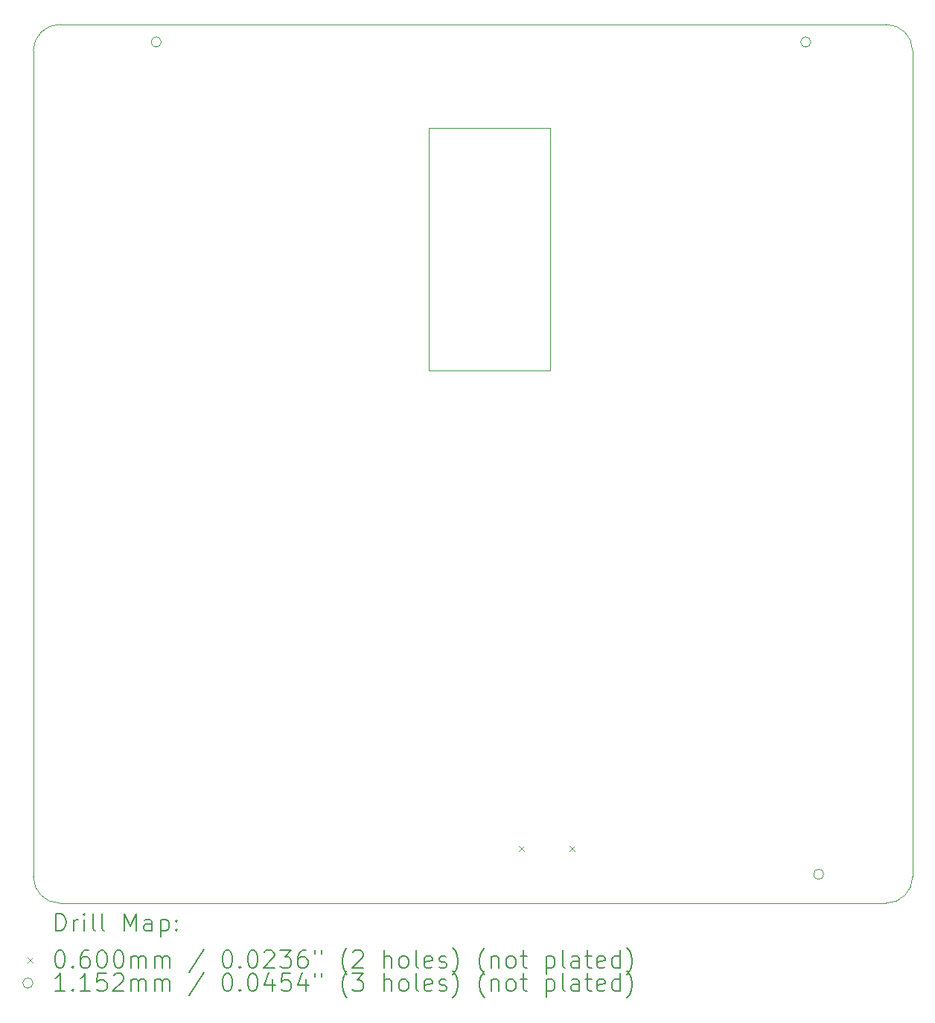
<source format=gbr>
%TF.GenerationSoftware,KiCad,Pcbnew,8.0.8*%
%TF.CreationDate,2026-01-14T14:22:45+11:00*%
%TF.ProjectId,robotv1,726f626f-7476-4312-9e6b-696361645f70,2*%
%TF.SameCoordinates,Original*%
%TF.FileFunction,Drillmap*%
%TF.FilePolarity,Positive*%
%FSLAX45Y45*%
G04 Gerber Fmt 4.5, Leading zero omitted, Abs format (unit mm)*
G04 Created by KiCad (PCBNEW 8.0.8) date 2026-01-14 14:22:45*
%MOMM*%
%LPD*%
G01*
G04 APERTURE LIST*
%ADD10C,0.100000*%
%ADD11C,0.010000*%
%ADD12C,0.200000*%
%ADD13C,0.115200*%
G04 APERTURE END LIST*
D10*
X300000Y0D02*
G75*
G02*
X0Y300000I0J300000D01*
G01*
X0Y9700000D02*
G75*
G02*
X300000Y10000000I300000J0D01*
G01*
X0Y300000D02*
X0Y9700000D01*
X10000000Y300000D02*
G75*
G02*
X9700000Y0I-300000J0D01*
G01*
X9700000Y10000000D02*
G75*
G02*
X10000000Y9700000I0J-300000D01*
G01*
X9700000Y0D02*
X300000Y0D01*
X300000Y10000000D02*
X9700000Y10000000D01*
X10000000Y9700000D02*
X10000000Y300000D01*
D11*
X4494500Y8819000D02*
X5874500Y8819000D01*
X4494500Y6059000D02*
X4494500Y8819000D01*
X5874500Y8819000D02*
X5874500Y6059000D01*
X5874500Y6059000D02*
X4494500Y6059000D01*
D12*
D10*
X5518000Y649000D02*
X5578000Y589000D01*
X5578000Y649000D02*
X5518000Y589000D01*
X6096000Y649000D02*
X6156000Y589000D01*
X6156000Y649000D02*
X6096000Y589000D01*
D13*
X1454600Y9800000D02*
G75*
G02*
X1339400Y9800000I-57600J0D01*
G01*
X1339400Y9800000D02*
G75*
G02*
X1454600Y9800000I57600J0D01*
G01*
X8842100Y9800000D02*
G75*
G02*
X8726900Y9800000I-57600J0D01*
G01*
X8726900Y9800000D02*
G75*
G02*
X8842100Y9800000I57600J0D01*
G01*
X8989600Y329000D02*
G75*
G02*
X8874400Y329000I-57600J0D01*
G01*
X8874400Y329000D02*
G75*
G02*
X8989600Y329000I57600J0D01*
G01*
D12*
X255777Y-316484D02*
X255777Y-116484D01*
X255777Y-116484D02*
X303396Y-116484D01*
X303396Y-116484D02*
X331967Y-126008D01*
X331967Y-126008D02*
X351015Y-145055D01*
X351015Y-145055D02*
X360539Y-164103D01*
X360539Y-164103D02*
X370062Y-202198D01*
X370062Y-202198D02*
X370062Y-230769D01*
X370062Y-230769D02*
X360539Y-268865D01*
X360539Y-268865D02*
X351015Y-287912D01*
X351015Y-287912D02*
X331967Y-306960D01*
X331967Y-306960D02*
X303396Y-316484D01*
X303396Y-316484D02*
X255777Y-316484D01*
X455777Y-316484D02*
X455777Y-183150D01*
X455777Y-221246D02*
X465301Y-202198D01*
X465301Y-202198D02*
X474824Y-192674D01*
X474824Y-192674D02*
X493872Y-183150D01*
X493872Y-183150D02*
X512920Y-183150D01*
X579586Y-316484D02*
X579586Y-183150D01*
X579586Y-116484D02*
X570063Y-126008D01*
X570063Y-126008D02*
X579586Y-135531D01*
X579586Y-135531D02*
X589110Y-126008D01*
X589110Y-126008D02*
X579586Y-116484D01*
X579586Y-116484D02*
X579586Y-135531D01*
X703396Y-316484D02*
X684348Y-306960D01*
X684348Y-306960D02*
X674824Y-287912D01*
X674824Y-287912D02*
X674824Y-116484D01*
X808158Y-316484D02*
X789110Y-306960D01*
X789110Y-306960D02*
X779586Y-287912D01*
X779586Y-287912D02*
X779586Y-116484D01*
X1036729Y-316484D02*
X1036729Y-116484D01*
X1036729Y-116484D02*
X1103396Y-259341D01*
X1103396Y-259341D02*
X1170063Y-116484D01*
X1170063Y-116484D02*
X1170063Y-316484D01*
X1351015Y-316484D02*
X1351015Y-211722D01*
X1351015Y-211722D02*
X1341491Y-192674D01*
X1341491Y-192674D02*
X1322444Y-183150D01*
X1322444Y-183150D02*
X1284348Y-183150D01*
X1284348Y-183150D02*
X1265301Y-192674D01*
X1351015Y-306960D02*
X1331967Y-316484D01*
X1331967Y-316484D02*
X1284348Y-316484D01*
X1284348Y-316484D02*
X1265301Y-306960D01*
X1265301Y-306960D02*
X1255777Y-287912D01*
X1255777Y-287912D02*
X1255777Y-268865D01*
X1255777Y-268865D02*
X1265301Y-249817D01*
X1265301Y-249817D02*
X1284348Y-240293D01*
X1284348Y-240293D02*
X1331967Y-240293D01*
X1331967Y-240293D02*
X1351015Y-230769D01*
X1446253Y-183150D02*
X1446253Y-383150D01*
X1446253Y-192674D02*
X1465301Y-183150D01*
X1465301Y-183150D02*
X1503396Y-183150D01*
X1503396Y-183150D02*
X1522443Y-192674D01*
X1522443Y-192674D02*
X1531967Y-202198D01*
X1531967Y-202198D02*
X1541491Y-221246D01*
X1541491Y-221246D02*
X1541491Y-278389D01*
X1541491Y-278389D02*
X1531967Y-297436D01*
X1531967Y-297436D02*
X1522443Y-306960D01*
X1522443Y-306960D02*
X1503396Y-316484D01*
X1503396Y-316484D02*
X1465301Y-316484D01*
X1465301Y-316484D02*
X1446253Y-306960D01*
X1627205Y-297436D02*
X1636729Y-306960D01*
X1636729Y-306960D02*
X1627205Y-316484D01*
X1627205Y-316484D02*
X1617682Y-306960D01*
X1617682Y-306960D02*
X1627205Y-297436D01*
X1627205Y-297436D02*
X1627205Y-316484D01*
X1627205Y-192674D02*
X1636729Y-202198D01*
X1636729Y-202198D02*
X1627205Y-211722D01*
X1627205Y-211722D02*
X1617682Y-202198D01*
X1617682Y-202198D02*
X1627205Y-192674D01*
X1627205Y-192674D02*
X1627205Y-211722D01*
D10*
X-65000Y-615000D02*
X-5000Y-675000D01*
X-5000Y-615000D02*
X-65000Y-675000D01*
D12*
X293872Y-536484D02*
X312920Y-536484D01*
X312920Y-536484D02*
X331967Y-546008D01*
X331967Y-546008D02*
X341491Y-555531D01*
X341491Y-555531D02*
X351015Y-574579D01*
X351015Y-574579D02*
X360539Y-612674D01*
X360539Y-612674D02*
X360539Y-660293D01*
X360539Y-660293D02*
X351015Y-698389D01*
X351015Y-698389D02*
X341491Y-717436D01*
X341491Y-717436D02*
X331967Y-726960D01*
X331967Y-726960D02*
X312920Y-736484D01*
X312920Y-736484D02*
X293872Y-736484D01*
X293872Y-736484D02*
X274824Y-726960D01*
X274824Y-726960D02*
X265301Y-717436D01*
X265301Y-717436D02*
X255777Y-698389D01*
X255777Y-698389D02*
X246253Y-660293D01*
X246253Y-660293D02*
X246253Y-612674D01*
X246253Y-612674D02*
X255777Y-574579D01*
X255777Y-574579D02*
X265301Y-555531D01*
X265301Y-555531D02*
X274824Y-546008D01*
X274824Y-546008D02*
X293872Y-536484D01*
X446253Y-717436D02*
X455777Y-726960D01*
X455777Y-726960D02*
X446253Y-736484D01*
X446253Y-736484D02*
X436729Y-726960D01*
X436729Y-726960D02*
X446253Y-717436D01*
X446253Y-717436D02*
X446253Y-736484D01*
X627205Y-536484D02*
X589110Y-536484D01*
X589110Y-536484D02*
X570063Y-546008D01*
X570063Y-546008D02*
X560539Y-555531D01*
X560539Y-555531D02*
X541491Y-584103D01*
X541491Y-584103D02*
X531967Y-622198D01*
X531967Y-622198D02*
X531967Y-698389D01*
X531967Y-698389D02*
X541491Y-717436D01*
X541491Y-717436D02*
X551015Y-726960D01*
X551015Y-726960D02*
X570063Y-736484D01*
X570063Y-736484D02*
X608158Y-736484D01*
X608158Y-736484D02*
X627205Y-726960D01*
X627205Y-726960D02*
X636729Y-717436D01*
X636729Y-717436D02*
X646253Y-698389D01*
X646253Y-698389D02*
X646253Y-650770D01*
X646253Y-650770D02*
X636729Y-631722D01*
X636729Y-631722D02*
X627205Y-622198D01*
X627205Y-622198D02*
X608158Y-612674D01*
X608158Y-612674D02*
X570063Y-612674D01*
X570063Y-612674D02*
X551015Y-622198D01*
X551015Y-622198D02*
X541491Y-631722D01*
X541491Y-631722D02*
X531967Y-650770D01*
X770062Y-536484D02*
X789110Y-536484D01*
X789110Y-536484D02*
X808158Y-546008D01*
X808158Y-546008D02*
X817682Y-555531D01*
X817682Y-555531D02*
X827205Y-574579D01*
X827205Y-574579D02*
X836729Y-612674D01*
X836729Y-612674D02*
X836729Y-660293D01*
X836729Y-660293D02*
X827205Y-698389D01*
X827205Y-698389D02*
X817682Y-717436D01*
X817682Y-717436D02*
X808158Y-726960D01*
X808158Y-726960D02*
X789110Y-736484D01*
X789110Y-736484D02*
X770062Y-736484D01*
X770062Y-736484D02*
X751015Y-726960D01*
X751015Y-726960D02*
X741491Y-717436D01*
X741491Y-717436D02*
X731967Y-698389D01*
X731967Y-698389D02*
X722443Y-660293D01*
X722443Y-660293D02*
X722443Y-612674D01*
X722443Y-612674D02*
X731967Y-574579D01*
X731967Y-574579D02*
X741491Y-555531D01*
X741491Y-555531D02*
X751015Y-546008D01*
X751015Y-546008D02*
X770062Y-536484D01*
X960539Y-536484D02*
X979586Y-536484D01*
X979586Y-536484D02*
X998634Y-546008D01*
X998634Y-546008D02*
X1008158Y-555531D01*
X1008158Y-555531D02*
X1017682Y-574579D01*
X1017682Y-574579D02*
X1027205Y-612674D01*
X1027205Y-612674D02*
X1027205Y-660293D01*
X1027205Y-660293D02*
X1017682Y-698389D01*
X1017682Y-698389D02*
X1008158Y-717436D01*
X1008158Y-717436D02*
X998634Y-726960D01*
X998634Y-726960D02*
X979586Y-736484D01*
X979586Y-736484D02*
X960539Y-736484D01*
X960539Y-736484D02*
X941491Y-726960D01*
X941491Y-726960D02*
X931967Y-717436D01*
X931967Y-717436D02*
X922443Y-698389D01*
X922443Y-698389D02*
X912920Y-660293D01*
X912920Y-660293D02*
X912920Y-612674D01*
X912920Y-612674D02*
X922443Y-574579D01*
X922443Y-574579D02*
X931967Y-555531D01*
X931967Y-555531D02*
X941491Y-546008D01*
X941491Y-546008D02*
X960539Y-536484D01*
X1112920Y-736484D02*
X1112920Y-603150D01*
X1112920Y-622198D02*
X1122444Y-612674D01*
X1122444Y-612674D02*
X1141491Y-603150D01*
X1141491Y-603150D02*
X1170063Y-603150D01*
X1170063Y-603150D02*
X1189110Y-612674D01*
X1189110Y-612674D02*
X1198634Y-631722D01*
X1198634Y-631722D02*
X1198634Y-736484D01*
X1198634Y-631722D02*
X1208158Y-612674D01*
X1208158Y-612674D02*
X1227205Y-603150D01*
X1227205Y-603150D02*
X1255777Y-603150D01*
X1255777Y-603150D02*
X1274825Y-612674D01*
X1274825Y-612674D02*
X1284348Y-631722D01*
X1284348Y-631722D02*
X1284348Y-736484D01*
X1379586Y-736484D02*
X1379586Y-603150D01*
X1379586Y-622198D02*
X1389110Y-612674D01*
X1389110Y-612674D02*
X1408158Y-603150D01*
X1408158Y-603150D02*
X1436729Y-603150D01*
X1436729Y-603150D02*
X1455777Y-612674D01*
X1455777Y-612674D02*
X1465301Y-631722D01*
X1465301Y-631722D02*
X1465301Y-736484D01*
X1465301Y-631722D02*
X1474824Y-612674D01*
X1474824Y-612674D02*
X1493872Y-603150D01*
X1493872Y-603150D02*
X1522443Y-603150D01*
X1522443Y-603150D02*
X1541491Y-612674D01*
X1541491Y-612674D02*
X1551015Y-631722D01*
X1551015Y-631722D02*
X1551015Y-736484D01*
X1941491Y-526960D02*
X1770063Y-784103D01*
X2198634Y-536484D02*
X2217682Y-536484D01*
X2217682Y-536484D02*
X2236729Y-546008D01*
X2236729Y-546008D02*
X2246253Y-555531D01*
X2246253Y-555531D02*
X2255777Y-574579D01*
X2255777Y-574579D02*
X2265301Y-612674D01*
X2265301Y-612674D02*
X2265301Y-660293D01*
X2265301Y-660293D02*
X2255777Y-698389D01*
X2255777Y-698389D02*
X2246253Y-717436D01*
X2246253Y-717436D02*
X2236729Y-726960D01*
X2236729Y-726960D02*
X2217682Y-736484D01*
X2217682Y-736484D02*
X2198634Y-736484D01*
X2198634Y-736484D02*
X2179587Y-726960D01*
X2179587Y-726960D02*
X2170063Y-717436D01*
X2170063Y-717436D02*
X2160539Y-698389D01*
X2160539Y-698389D02*
X2151015Y-660293D01*
X2151015Y-660293D02*
X2151015Y-612674D01*
X2151015Y-612674D02*
X2160539Y-574579D01*
X2160539Y-574579D02*
X2170063Y-555531D01*
X2170063Y-555531D02*
X2179587Y-546008D01*
X2179587Y-546008D02*
X2198634Y-536484D01*
X2351015Y-717436D02*
X2360539Y-726960D01*
X2360539Y-726960D02*
X2351015Y-736484D01*
X2351015Y-736484D02*
X2341491Y-726960D01*
X2341491Y-726960D02*
X2351015Y-717436D01*
X2351015Y-717436D02*
X2351015Y-736484D01*
X2484348Y-536484D02*
X2503396Y-536484D01*
X2503396Y-536484D02*
X2522444Y-546008D01*
X2522444Y-546008D02*
X2531968Y-555531D01*
X2531968Y-555531D02*
X2541491Y-574579D01*
X2541491Y-574579D02*
X2551015Y-612674D01*
X2551015Y-612674D02*
X2551015Y-660293D01*
X2551015Y-660293D02*
X2541491Y-698389D01*
X2541491Y-698389D02*
X2531968Y-717436D01*
X2531968Y-717436D02*
X2522444Y-726960D01*
X2522444Y-726960D02*
X2503396Y-736484D01*
X2503396Y-736484D02*
X2484348Y-736484D01*
X2484348Y-736484D02*
X2465301Y-726960D01*
X2465301Y-726960D02*
X2455777Y-717436D01*
X2455777Y-717436D02*
X2446253Y-698389D01*
X2446253Y-698389D02*
X2436729Y-660293D01*
X2436729Y-660293D02*
X2436729Y-612674D01*
X2436729Y-612674D02*
X2446253Y-574579D01*
X2446253Y-574579D02*
X2455777Y-555531D01*
X2455777Y-555531D02*
X2465301Y-546008D01*
X2465301Y-546008D02*
X2484348Y-536484D01*
X2627206Y-555531D02*
X2636729Y-546008D01*
X2636729Y-546008D02*
X2655777Y-536484D01*
X2655777Y-536484D02*
X2703396Y-536484D01*
X2703396Y-536484D02*
X2722444Y-546008D01*
X2722444Y-546008D02*
X2731968Y-555531D01*
X2731968Y-555531D02*
X2741491Y-574579D01*
X2741491Y-574579D02*
X2741491Y-593627D01*
X2741491Y-593627D02*
X2731968Y-622198D01*
X2731968Y-622198D02*
X2617682Y-736484D01*
X2617682Y-736484D02*
X2741491Y-736484D01*
X2808158Y-536484D02*
X2931967Y-536484D01*
X2931967Y-536484D02*
X2865301Y-612674D01*
X2865301Y-612674D02*
X2893872Y-612674D01*
X2893872Y-612674D02*
X2912920Y-622198D01*
X2912920Y-622198D02*
X2922444Y-631722D01*
X2922444Y-631722D02*
X2931967Y-650770D01*
X2931967Y-650770D02*
X2931967Y-698389D01*
X2931967Y-698389D02*
X2922444Y-717436D01*
X2922444Y-717436D02*
X2912920Y-726960D01*
X2912920Y-726960D02*
X2893872Y-736484D01*
X2893872Y-736484D02*
X2836729Y-736484D01*
X2836729Y-736484D02*
X2817682Y-726960D01*
X2817682Y-726960D02*
X2808158Y-717436D01*
X3103396Y-536484D02*
X3065301Y-536484D01*
X3065301Y-536484D02*
X3046253Y-546008D01*
X3046253Y-546008D02*
X3036729Y-555531D01*
X3036729Y-555531D02*
X3017682Y-584103D01*
X3017682Y-584103D02*
X3008158Y-622198D01*
X3008158Y-622198D02*
X3008158Y-698389D01*
X3008158Y-698389D02*
X3017682Y-717436D01*
X3017682Y-717436D02*
X3027206Y-726960D01*
X3027206Y-726960D02*
X3046253Y-736484D01*
X3046253Y-736484D02*
X3084348Y-736484D01*
X3084348Y-736484D02*
X3103396Y-726960D01*
X3103396Y-726960D02*
X3112920Y-717436D01*
X3112920Y-717436D02*
X3122444Y-698389D01*
X3122444Y-698389D02*
X3122444Y-650770D01*
X3122444Y-650770D02*
X3112920Y-631722D01*
X3112920Y-631722D02*
X3103396Y-622198D01*
X3103396Y-622198D02*
X3084348Y-612674D01*
X3084348Y-612674D02*
X3046253Y-612674D01*
X3046253Y-612674D02*
X3027206Y-622198D01*
X3027206Y-622198D02*
X3017682Y-631722D01*
X3017682Y-631722D02*
X3008158Y-650770D01*
X3198634Y-536484D02*
X3198634Y-574579D01*
X3274825Y-536484D02*
X3274825Y-574579D01*
X3570063Y-812674D02*
X3560539Y-803150D01*
X3560539Y-803150D02*
X3541491Y-774579D01*
X3541491Y-774579D02*
X3531968Y-755531D01*
X3531968Y-755531D02*
X3522444Y-726960D01*
X3522444Y-726960D02*
X3512920Y-679341D01*
X3512920Y-679341D02*
X3512920Y-641246D01*
X3512920Y-641246D02*
X3522444Y-593627D01*
X3522444Y-593627D02*
X3531968Y-565055D01*
X3531968Y-565055D02*
X3541491Y-546008D01*
X3541491Y-546008D02*
X3560539Y-517436D01*
X3560539Y-517436D02*
X3570063Y-507912D01*
X3636729Y-555531D02*
X3646253Y-546008D01*
X3646253Y-546008D02*
X3665301Y-536484D01*
X3665301Y-536484D02*
X3712920Y-536484D01*
X3712920Y-536484D02*
X3731968Y-546008D01*
X3731968Y-546008D02*
X3741491Y-555531D01*
X3741491Y-555531D02*
X3751015Y-574579D01*
X3751015Y-574579D02*
X3751015Y-593627D01*
X3751015Y-593627D02*
X3741491Y-622198D01*
X3741491Y-622198D02*
X3627206Y-736484D01*
X3627206Y-736484D02*
X3751015Y-736484D01*
X3989110Y-736484D02*
X3989110Y-536484D01*
X4074825Y-736484D02*
X4074825Y-631722D01*
X4074825Y-631722D02*
X4065301Y-612674D01*
X4065301Y-612674D02*
X4046253Y-603150D01*
X4046253Y-603150D02*
X4017682Y-603150D01*
X4017682Y-603150D02*
X3998634Y-612674D01*
X3998634Y-612674D02*
X3989110Y-622198D01*
X4198634Y-736484D02*
X4179587Y-726960D01*
X4179587Y-726960D02*
X4170063Y-717436D01*
X4170063Y-717436D02*
X4160539Y-698389D01*
X4160539Y-698389D02*
X4160539Y-641246D01*
X4160539Y-641246D02*
X4170063Y-622198D01*
X4170063Y-622198D02*
X4179587Y-612674D01*
X4179587Y-612674D02*
X4198634Y-603150D01*
X4198634Y-603150D02*
X4227206Y-603150D01*
X4227206Y-603150D02*
X4246253Y-612674D01*
X4246253Y-612674D02*
X4255777Y-622198D01*
X4255777Y-622198D02*
X4265301Y-641246D01*
X4265301Y-641246D02*
X4265301Y-698389D01*
X4265301Y-698389D02*
X4255777Y-717436D01*
X4255777Y-717436D02*
X4246253Y-726960D01*
X4246253Y-726960D02*
X4227206Y-736484D01*
X4227206Y-736484D02*
X4198634Y-736484D01*
X4379587Y-736484D02*
X4360539Y-726960D01*
X4360539Y-726960D02*
X4351015Y-707912D01*
X4351015Y-707912D02*
X4351015Y-536484D01*
X4531968Y-726960D02*
X4512920Y-736484D01*
X4512920Y-736484D02*
X4474825Y-736484D01*
X4474825Y-736484D02*
X4455777Y-726960D01*
X4455777Y-726960D02*
X4446253Y-707912D01*
X4446253Y-707912D02*
X4446253Y-631722D01*
X4446253Y-631722D02*
X4455777Y-612674D01*
X4455777Y-612674D02*
X4474825Y-603150D01*
X4474825Y-603150D02*
X4512920Y-603150D01*
X4512920Y-603150D02*
X4531968Y-612674D01*
X4531968Y-612674D02*
X4541492Y-631722D01*
X4541492Y-631722D02*
X4541492Y-650770D01*
X4541492Y-650770D02*
X4446253Y-669817D01*
X4617682Y-726960D02*
X4636730Y-736484D01*
X4636730Y-736484D02*
X4674825Y-736484D01*
X4674825Y-736484D02*
X4693873Y-726960D01*
X4693873Y-726960D02*
X4703396Y-707912D01*
X4703396Y-707912D02*
X4703396Y-698389D01*
X4703396Y-698389D02*
X4693873Y-679341D01*
X4693873Y-679341D02*
X4674825Y-669817D01*
X4674825Y-669817D02*
X4646253Y-669817D01*
X4646253Y-669817D02*
X4627206Y-660293D01*
X4627206Y-660293D02*
X4617682Y-641246D01*
X4617682Y-641246D02*
X4617682Y-631722D01*
X4617682Y-631722D02*
X4627206Y-612674D01*
X4627206Y-612674D02*
X4646253Y-603150D01*
X4646253Y-603150D02*
X4674825Y-603150D01*
X4674825Y-603150D02*
X4693873Y-612674D01*
X4770063Y-812674D02*
X4779587Y-803150D01*
X4779587Y-803150D02*
X4798634Y-774579D01*
X4798634Y-774579D02*
X4808158Y-755531D01*
X4808158Y-755531D02*
X4817682Y-726960D01*
X4817682Y-726960D02*
X4827206Y-679341D01*
X4827206Y-679341D02*
X4827206Y-641246D01*
X4827206Y-641246D02*
X4817682Y-593627D01*
X4817682Y-593627D02*
X4808158Y-565055D01*
X4808158Y-565055D02*
X4798634Y-546008D01*
X4798634Y-546008D02*
X4779587Y-517436D01*
X4779587Y-517436D02*
X4770063Y-507912D01*
X5131968Y-812674D02*
X5122444Y-803150D01*
X5122444Y-803150D02*
X5103396Y-774579D01*
X5103396Y-774579D02*
X5093873Y-755531D01*
X5093873Y-755531D02*
X5084349Y-726960D01*
X5084349Y-726960D02*
X5074825Y-679341D01*
X5074825Y-679341D02*
X5074825Y-641246D01*
X5074825Y-641246D02*
X5084349Y-593627D01*
X5084349Y-593627D02*
X5093873Y-565055D01*
X5093873Y-565055D02*
X5103396Y-546008D01*
X5103396Y-546008D02*
X5122444Y-517436D01*
X5122444Y-517436D02*
X5131968Y-507912D01*
X5208158Y-603150D02*
X5208158Y-736484D01*
X5208158Y-622198D02*
X5217682Y-612674D01*
X5217682Y-612674D02*
X5236730Y-603150D01*
X5236730Y-603150D02*
X5265301Y-603150D01*
X5265301Y-603150D02*
X5284349Y-612674D01*
X5284349Y-612674D02*
X5293873Y-631722D01*
X5293873Y-631722D02*
X5293873Y-736484D01*
X5417682Y-736484D02*
X5398634Y-726960D01*
X5398634Y-726960D02*
X5389111Y-717436D01*
X5389111Y-717436D02*
X5379587Y-698389D01*
X5379587Y-698389D02*
X5379587Y-641246D01*
X5379587Y-641246D02*
X5389111Y-622198D01*
X5389111Y-622198D02*
X5398634Y-612674D01*
X5398634Y-612674D02*
X5417682Y-603150D01*
X5417682Y-603150D02*
X5446254Y-603150D01*
X5446254Y-603150D02*
X5465301Y-612674D01*
X5465301Y-612674D02*
X5474825Y-622198D01*
X5474825Y-622198D02*
X5484349Y-641246D01*
X5484349Y-641246D02*
X5484349Y-698389D01*
X5484349Y-698389D02*
X5474825Y-717436D01*
X5474825Y-717436D02*
X5465301Y-726960D01*
X5465301Y-726960D02*
X5446254Y-736484D01*
X5446254Y-736484D02*
X5417682Y-736484D01*
X5541492Y-603150D02*
X5617682Y-603150D01*
X5570063Y-536484D02*
X5570063Y-707912D01*
X5570063Y-707912D02*
X5579587Y-726960D01*
X5579587Y-726960D02*
X5598634Y-736484D01*
X5598634Y-736484D02*
X5617682Y-736484D01*
X5836730Y-603150D02*
X5836730Y-803150D01*
X5836730Y-612674D02*
X5855777Y-603150D01*
X5855777Y-603150D02*
X5893873Y-603150D01*
X5893873Y-603150D02*
X5912920Y-612674D01*
X5912920Y-612674D02*
X5922444Y-622198D01*
X5922444Y-622198D02*
X5931968Y-641246D01*
X5931968Y-641246D02*
X5931968Y-698389D01*
X5931968Y-698389D02*
X5922444Y-717436D01*
X5922444Y-717436D02*
X5912920Y-726960D01*
X5912920Y-726960D02*
X5893873Y-736484D01*
X5893873Y-736484D02*
X5855777Y-736484D01*
X5855777Y-736484D02*
X5836730Y-726960D01*
X6046253Y-736484D02*
X6027206Y-726960D01*
X6027206Y-726960D02*
X6017682Y-707912D01*
X6017682Y-707912D02*
X6017682Y-536484D01*
X6208158Y-736484D02*
X6208158Y-631722D01*
X6208158Y-631722D02*
X6198634Y-612674D01*
X6198634Y-612674D02*
X6179587Y-603150D01*
X6179587Y-603150D02*
X6141492Y-603150D01*
X6141492Y-603150D02*
X6122444Y-612674D01*
X6208158Y-726960D02*
X6189111Y-736484D01*
X6189111Y-736484D02*
X6141492Y-736484D01*
X6141492Y-736484D02*
X6122444Y-726960D01*
X6122444Y-726960D02*
X6112920Y-707912D01*
X6112920Y-707912D02*
X6112920Y-688865D01*
X6112920Y-688865D02*
X6122444Y-669817D01*
X6122444Y-669817D02*
X6141492Y-660293D01*
X6141492Y-660293D02*
X6189111Y-660293D01*
X6189111Y-660293D02*
X6208158Y-650770D01*
X6274825Y-603150D02*
X6351015Y-603150D01*
X6303396Y-536484D02*
X6303396Y-707912D01*
X6303396Y-707912D02*
X6312920Y-726960D01*
X6312920Y-726960D02*
X6331968Y-736484D01*
X6331968Y-736484D02*
X6351015Y-736484D01*
X6493873Y-726960D02*
X6474825Y-736484D01*
X6474825Y-736484D02*
X6436730Y-736484D01*
X6436730Y-736484D02*
X6417682Y-726960D01*
X6417682Y-726960D02*
X6408158Y-707912D01*
X6408158Y-707912D02*
X6408158Y-631722D01*
X6408158Y-631722D02*
X6417682Y-612674D01*
X6417682Y-612674D02*
X6436730Y-603150D01*
X6436730Y-603150D02*
X6474825Y-603150D01*
X6474825Y-603150D02*
X6493873Y-612674D01*
X6493873Y-612674D02*
X6503396Y-631722D01*
X6503396Y-631722D02*
X6503396Y-650770D01*
X6503396Y-650770D02*
X6408158Y-669817D01*
X6674825Y-736484D02*
X6674825Y-536484D01*
X6674825Y-726960D02*
X6655777Y-736484D01*
X6655777Y-736484D02*
X6617682Y-736484D01*
X6617682Y-736484D02*
X6598634Y-726960D01*
X6598634Y-726960D02*
X6589111Y-717436D01*
X6589111Y-717436D02*
X6579587Y-698389D01*
X6579587Y-698389D02*
X6579587Y-641246D01*
X6579587Y-641246D02*
X6589111Y-622198D01*
X6589111Y-622198D02*
X6598634Y-612674D01*
X6598634Y-612674D02*
X6617682Y-603150D01*
X6617682Y-603150D02*
X6655777Y-603150D01*
X6655777Y-603150D02*
X6674825Y-612674D01*
X6751015Y-812674D02*
X6760539Y-803150D01*
X6760539Y-803150D02*
X6779587Y-774579D01*
X6779587Y-774579D02*
X6789111Y-755531D01*
X6789111Y-755531D02*
X6798634Y-726960D01*
X6798634Y-726960D02*
X6808158Y-679341D01*
X6808158Y-679341D02*
X6808158Y-641246D01*
X6808158Y-641246D02*
X6798634Y-593627D01*
X6798634Y-593627D02*
X6789111Y-565055D01*
X6789111Y-565055D02*
X6779587Y-546008D01*
X6779587Y-546008D02*
X6760539Y-517436D01*
X6760539Y-517436D02*
X6751015Y-507912D01*
D13*
X-5000Y-909000D02*
G75*
G02*
X-120200Y-909000I-57600J0D01*
G01*
X-120200Y-909000D02*
G75*
G02*
X-5000Y-909000I57600J0D01*
G01*
D12*
X360539Y-1000484D02*
X246253Y-1000484D01*
X303396Y-1000484D02*
X303396Y-800484D01*
X303396Y-800484D02*
X284348Y-829055D01*
X284348Y-829055D02*
X265301Y-848103D01*
X265301Y-848103D02*
X246253Y-857627D01*
X446253Y-981436D02*
X455777Y-990960D01*
X455777Y-990960D02*
X446253Y-1000484D01*
X446253Y-1000484D02*
X436729Y-990960D01*
X436729Y-990960D02*
X446253Y-981436D01*
X446253Y-981436D02*
X446253Y-1000484D01*
X646253Y-1000484D02*
X531967Y-1000484D01*
X589110Y-1000484D02*
X589110Y-800484D01*
X589110Y-800484D02*
X570063Y-829055D01*
X570063Y-829055D02*
X551015Y-848103D01*
X551015Y-848103D02*
X531967Y-857627D01*
X827205Y-800484D02*
X731967Y-800484D01*
X731967Y-800484D02*
X722443Y-895722D01*
X722443Y-895722D02*
X731967Y-886198D01*
X731967Y-886198D02*
X751015Y-876674D01*
X751015Y-876674D02*
X798634Y-876674D01*
X798634Y-876674D02*
X817682Y-886198D01*
X817682Y-886198D02*
X827205Y-895722D01*
X827205Y-895722D02*
X836729Y-914769D01*
X836729Y-914769D02*
X836729Y-962388D01*
X836729Y-962388D02*
X827205Y-981436D01*
X827205Y-981436D02*
X817682Y-990960D01*
X817682Y-990960D02*
X798634Y-1000484D01*
X798634Y-1000484D02*
X751015Y-1000484D01*
X751015Y-1000484D02*
X731967Y-990960D01*
X731967Y-990960D02*
X722443Y-981436D01*
X912920Y-819531D02*
X922443Y-810008D01*
X922443Y-810008D02*
X941491Y-800484D01*
X941491Y-800484D02*
X989110Y-800484D01*
X989110Y-800484D02*
X1008158Y-810008D01*
X1008158Y-810008D02*
X1017682Y-819531D01*
X1017682Y-819531D02*
X1027205Y-838579D01*
X1027205Y-838579D02*
X1027205Y-857627D01*
X1027205Y-857627D02*
X1017682Y-886198D01*
X1017682Y-886198D02*
X903396Y-1000484D01*
X903396Y-1000484D02*
X1027205Y-1000484D01*
X1112920Y-1000484D02*
X1112920Y-867150D01*
X1112920Y-886198D02*
X1122444Y-876674D01*
X1122444Y-876674D02*
X1141491Y-867150D01*
X1141491Y-867150D02*
X1170063Y-867150D01*
X1170063Y-867150D02*
X1189110Y-876674D01*
X1189110Y-876674D02*
X1198634Y-895722D01*
X1198634Y-895722D02*
X1198634Y-1000484D01*
X1198634Y-895722D02*
X1208158Y-876674D01*
X1208158Y-876674D02*
X1227205Y-867150D01*
X1227205Y-867150D02*
X1255777Y-867150D01*
X1255777Y-867150D02*
X1274825Y-876674D01*
X1274825Y-876674D02*
X1284348Y-895722D01*
X1284348Y-895722D02*
X1284348Y-1000484D01*
X1379586Y-1000484D02*
X1379586Y-867150D01*
X1379586Y-886198D02*
X1389110Y-876674D01*
X1389110Y-876674D02*
X1408158Y-867150D01*
X1408158Y-867150D02*
X1436729Y-867150D01*
X1436729Y-867150D02*
X1455777Y-876674D01*
X1455777Y-876674D02*
X1465301Y-895722D01*
X1465301Y-895722D02*
X1465301Y-1000484D01*
X1465301Y-895722D02*
X1474824Y-876674D01*
X1474824Y-876674D02*
X1493872Y-867150D01*
X1493872Y-867150D02*
X1522443Y-867150D01*
X1522443Y-867150D02*
X1541491Y-876674D01*
X1541491Y-876674D02*
X1551015Y-895722D01*
X1551015Y-895722D02*
X1551015Y-1000484D01*
X1941491Y-790960D02*
X1770063Y-1048103D01*
X2198634Y-800484D02*
X2217682Y-800484D01*
X2217682Y-800484D02*
X2236729Y-810008D01*
X2236729Y-810008D02*
X2246253Y-819531D01*
X2246253Y-819531D02*
X2255777Y-838579D01*
X2255777Y-838579D02*
X2265301Y-876674D01*
X2265301Y-876674D02*
X2265301Y-924293D01*
X2265301Y-924293D02*
X2255777Y-962388D01*
X2255777Y-962388D02*
X2246253Y-981436D01*
X2246253Y-981436D02*
X2236729Y-990960D01*
X2236729Y-990960D02*
X2217682Y-1000484D01*
X2217682Y-1000484D02*
X2198634Y-1000484D01*
X2198634Y-1000484D02*
X2179587Y-990960D01*
X2179587Y-990960D02*
X2170063Y-981436D01*
X2170063Y-981436D02*
X2160539Y-962388D01*
X2160539Y-962388D02*
X2151015Y-924293D01*
X2151015Y-924293D02*
X2151015Y-876674D01*
X2151015Y-876674D02*
X2160539Y-838579D01*
X2160539Y-838579D02*
X2170063Y-819531D01*
X2170063Y-819531D02*
X2179587Y-810008D01*
X2179587Y-810008D02*
X2198634Y-800484D01*
X2351015Y-981436D02*
X2360539Y-990960D01*
X2360539Y-990960D02*
X2351015Y-1000484D01*
X2351015Y-1000484D02*
X2341491Y-990960D01*
X2341491Y-990960D02*
X2351015Y-981436D01*
X2351015Y-981436D02*
X2351015Y-1000484D01*
X2484348Y-800484D02*
X2503396Y-800484D01*
X2503396Y-800484D02*
X2522444Y-810008D01*
X2522444Y-810008D02*
X2531968Y-819531D01*
X2531968Y-819531D02*
X2541491Y-838579D01*
X2541491Y-838579D02*
X2551015Y-876674D01*
X2551015Y-876674D02*
X2551015Y-924293D01*
X2551015Y-924293D02*
X2541491Y-962388D01*
X2541491Y-962388D02*
X2531968Y-981436D01*
X2531968Y-981436D02*
X2522444Y-990960D01*
X2522444Y-990960D02*
X2503396Y-1000484D01*
X2503396Y-1000484D02*
X2484348Y-1000484D01*
X2484348Y-1000484D02*
X2465301Y-990960D01*
X2465301Y-990960D02*
X2455777Y-981436D01*
X2455777Y-981436D02*
X2446253Y-962388D01*
X2446253Y-962388D02*
X2436729Y-924293D01*
X2436729Y-924293D02*
X2436729Y-876674D01*
X2436729Y-876674D02*
X2446253Y-838579D01*
X2446253Y-838579D02*
X2455777Y-819531D01*
X2455777Y-819531D02*
X2465301Y-810008D01*
X2465301Y-810008D02*
X2484348Y-800484D01*
X2722444Y-867150D02*
X2722444Y-1000484D01*
X2674825Y-790960D02*
X2627206Y-933817D01*
X2627206Y-933817D02*
X2751015Y-933817D01*
X2922444Y-800484D02*
X2827206Y-800484D01*
X2827206Y-800484D02*
X2817682Y-895722D01*
X2817682Y-895722D02*
X2827206Y-886198D01*
X2827206Y-886198D02*
X2846253Y-876674D01*
X2846253Y-876674D02*
X2893872Y-876674D01*
X2893872Y-876674D02*
X2912920Y-886198D01*
X2912920Y-886198D02*
X2922444Y-895722D01*
X2922444Y-895722D02*
X2931967Y-914769D01*
X2931967Y-914769D02*
X2931967Y-962388D01*
X2931967Y-962388D02*
X2922444Y-981436D01*
X2922444Y-981436D02*
X2912920Y-990960D01*
X2912920Y-990960D02*
X2893872Y-1000484D01*
X2893872Y-1000484D02*
X2846253Y-1000484D01*
X2846253Y-1000484D02*
X2827206Y-990960D01*
X2827206Y-990960D02*
X2817682Y-981436D01*
X3103396Y-867150D02*
X3103396Y-1000484D01*
X3055777Y-790960D02*
X3008158Y-933817D01*
X3008158Y-933817D02*
X3131967Y-933817D01*
X3198634Y-800484D02*
X3198634Y-838579D01*
X3274825Y-800484D02*
X3274825Y-838579D01*
X3570063Y-1076674D02*
X3560539Y-1067150D01*
X3560539Y-1067150D02*
X3541491Y-1038579D01*
X3541491Y-1038579D02*
X3531968Y-1019531D01*
X3531968Y-1019531D02*
X3522444Y-990960D01*
X3522444Y-990960D02*
X3512920Y-943341D01*
X3512920Y-943341D02*
X3512920Y-905246D01*
X3512920Y-905246D02*
X3522444Y-857627D01*
X3522444Y-857627D02*
X3531968Y-829055D01*
X3531968Y-829055D02*
X3541491Y-810008D01*
X3541491Y-810008D02*
X3560539Y-781436D01*
X3560539Y-781436D02*
X3570063Y-771912D01*
X3627206Y-800484D02*
X3751015Y-800484D01*
X3751015Y-800484D02*
X3684348Y-876674D01*
X3684348Y-876674D02*
X3712920Y-876674D01*
X3712920Y-876674D02*
X3731968Y-886198D01*
X3731968Y-886198D02*
X3741491Y-895722D01*
X3741491Y-895722D02*
X3751015Y-914769D01*
X3751015Y-914769D02*
X3751015Y-962388D01*
X3751015Y-962388D02*
X3741491Y-981436D01*
X3741491Y-981436D02*
X3731968Y-990960D01*
X3731968Y-990960D02*
X3712920Y-1000484D01*
X3712920Y-1000484D02*
X3655777Y-1000484D01*
X3655777Y-1000484D02*
X3636729Y-990960D01*
X3636729Y-990960D02*
X3627206Y-981436D01*
X3989110Y-1000484D02*
X3989110Y-800484D01*
X4074825Y-1000484D02*
X4074825Y-895722D01*
X4074825Y-895722D02*
X4065301Y-876674D01*
X4065301Y-876674D02*
X4046253Y-867150D01*
X4046253Y-867150D02*
X4017682Y-867150D01*
X4017682Y-867150D02*
X3998634Y-876674D01*
X3998634Y-876674D02*
X3989110Y-886198D01*
X4198634Y-1000484D02*
X4179587Y-990960D01*
X4179587Y-990960D02*
X4170063Y-981436D01*
X4170063Y-981436D02*
X4160539Y-962388D01*
X4160539Y-962388D02*
X4160539Y-905246D01*
X4160539Y-905246D02*
X4170063Y-886198D01*
X4170063Y-886198D02*
X4179587Y-876674D01*
X4179587Y-876674D02*
X4198634Y-867150D01*
X4198634Y-867150D02*
X4227206Y-867150D01*
X4227206Y-867150D02*
X4246253Y-876674D01*
X4246253Y-876674D02*
X4255777Y-886198D01*
X4255777Y-886198D02*
X4265301Y-905246D01*
X4265301Y-905246D02*
X4265301Y-962388D01*
X4265301Y-962388D02*
X4255777Y-981436D01*
X4255777Y-981436D02*
X4246253Y-990960D01*
X4246253Y-990960D02*
X4227206Y-1000484D01*
X4227206Y-1000484D02*
X4198634Y-1000484D01*
X4379587Y-1000484D02*
X4360539Y-990960D01*
X4360539Y-990960D02*
X4351015Y-971912D01*
X4351015Y-971912D02*
X4351015Y-800484D01*
X4531968Y-990960D02*
X4512920Y-1000484D01*
X4512920Y-1000484D02*
X4474825Y-1000484D01*
X4474825Y-1000484D02*
X4455777Y-990960D01*
X4455777Y-990960D02*
X4446253Y-971912D01*
X4446253Y-971912D02*
X4446253Y-895722D01*
X4446253Y-895722D02*
X4455777Y-876674D01*
X4455777Y-876674D02*
X4474825Y-867150D01*
X4474825Y-867150D02*
X4512920Y-867150D01*
X4512920Y-867150D02*
X4531968Y-876674D01*
X4531968Y-876674D02*
X4541492Y-895722D01*
X4541492Y-895722D02*
X4541492Y-914769D01*
X4541492Y-914769D02*
X4446253Y-933817D01*
X4617682Y-990960D02*
X4636730Y-1000484D01*
X4636730Y-1000484D02*
X4674825Y-1000484D01*
X4674825Y-1000484D02*
X4693873Y-990960D01*
X4693873Y-990960D02*
X4703396Y-971912D01*
X4703396Y-971912D02*
X4703396Y-962388D01*
X4703396Y-962388D02*
X4693873Y-943341D01*
X4693873Y-943341D02*
X4674825Y-933817D01*
X4674825Y-933817D02*
X4646253Y-933817D01*
X4646253Y-933817D02*
X4627206Y-924293D01*
X4627206Y-924293D02*
X4617682Y-905246D01*
X4617682Y-905246D02*
X4617682Y-895722D01*
X4617682Y-895722D02*
X4627206Y-876674D01*
X4627206Y-876674D02*
X4646253Y-867150D01*
X4646253Y-867150D02*
X4674825Y-867150D01*
X4674825Y-867150D02*
X4693873Y-876674D01*
X4770063Y-1076674D02*
X4779587Y-1067150D01*
X4779587Y-1067150D02*
X4798634Y-1038579D01*
X4798634Y-1038579D02*
X4808158Y-1019531D01*
X4808158Y-1019531D02*
X4817682Y-990960D01*
X4817682Y-990960D02*
X4827206Y-943341D01*
X4827206Y-943341D02*
X4827206Y-905246D01*
X4827206Y-905246D02*
X4817682Y-857627D01*
X4817682Y-857627D02*
X4808158Y-829055D01*
X4808158Y-829055D02*
X4798634Y-810008D01*
X4798634Y-810008D02*
X4779587Y-781436D01*
X4779587Y-781436D02*
X4770063Y-771912D01*
X5131968Y-1076674D02*
X5122444Y-1067150D01*
X5122444Y-1067150D02*
X5103396Y-1038579D01*
X5103396Y-1038579D02*
X5093873Y-1019531D01*
X5093873Y-1019531D02*
X5084349Y-990960D01*
X5084349Y-990960D02*
X5074825Y-943341D01*
X5074825Y-943341D02*
X5074825Y-905246D01*
X5074825Y-905246D02*
X5084349Y-857627D01*
X5084349Y-857627D02*
X5093873Y-829055D01*
X5093873Y-829055D02*
X5103396Y-810008D01*
X5103396Y-810008D02*
X5122444Y-781436D01*
X5122444Y-781436D02*
X5131968Y-771912D01*
X5208158Y-867150D02*
X5208158Y-1000484D01*
X5208158Y-886198D02*
X5217682Y-876674D01*
X5217682Y-876674D02*
X5236730Y-867150D01*
X5236730Y-867150D02*
X5265301Y-867150D01*
X5265301Y-867150D02*
X5284349Y-876674D01*
X5284349Y-876674D02*
X5293873Y-895722D01*
X5293873Y-895722D02*
X5293873Y-1000484D01*
X5417682Y-1000484D02*
X5398634Y-990960D01*
X5398634Y-990960D02*
X5389111Y-981436D01*
X5389111Y-981436D02*
X5379587Y-962388D01*
X5379587Y-962388D02*
X5379587Y-905246D01*
X5379587Y-905246D02*
X5389111Y-886198D01*
X5389111Y-886198D02*
X5398634Y-876674D01*
X5398634Y-876674D02*
X5417682Y-867150D01*
X5417682Y-867150D02*
X5446254Y-867150D01*
X5446254Y-867150D02*
X5465301Y-876674D01*
X5465301Y-876674D02*
X5474825Y-886198D01*
X5474825Y-886198D02*
X5484349Y-905246D01*
X5484349Y-905246D02*
X5484349Y-962388D01*
X5484349Y-962388D02*
X5474825Y-981436D01*
X5474825Y-981436D02*
X5465301Y-990960D01*
X5465301Y-990960D02*
X5446254Y-1000484D01*
X5446254Y-1000484D02*
X5417682Y-1000484D01*
X5541492Y-867150D02*
X5617682Y-867150D01*
X5570063Y-800484D02*
X5570063Y-971912D01*
X5570063Y-971912D02*
X5579587Y-990960D01*
X5579587Y-990960D02*
X5598634Y-1000484D01*
X5598634Y-1000484D02*
X5617682Y-1000484D01*
X5836730Y-867150D02*
X5836730Y-1067150D01*
X5836730Y-876674D02*
X5855777Y-867150D01*
X5855777Y-867150D02*
X5893873Y-867150D01*
X5893873Y-867150D02*
X5912920Y-876674D01*
X5912920Y-876674D02*
X5922444Y-886198D01*
X5922444Y-886198D02*
X5931968Y-905246D01*
X5931968Y-905246D02*
X5931968Y-962388D01*
X5931968Y-962388D02*
X5922444Y-981436D01*
X5922444Y-981436D02*
X5912920Y-990960D01*
X5912920Y-990960D02*
X5893873Y-1000484D01*
X5893873Y-1000484D02*
X5855777Y-1000484D01*
X5855777Y-1000484D02*
X5836730Y-990960D01*
X6046253Y-1000484D02*
X6027206Y-990960D01*
X6027206Y-990960D02*
X6017682Y-971912D01*
X6017682Y-971912D02*
X6017682Y-800484D01*
X6208158Y-1000484D02*
X6208158Y-895722D01*
X6208158Y-895722D02*
X6198634Y-876674D01*
X6198634Y-876674D02*
X6179587Y-867150D01*
X6179587Y-867150D02*
X6141492Y-867150D01*
X6141492Y-867150D02*
X6122444Y-876674D01*
X6208158Y-990960D02*
X6189111Y-1000484D01*
X6189111Y-1000484D02*
X6141492Y-1000484D01*
X6141492Y-1000484D02*
X6122444Y-990960D01*
X6122444Y-990960D02*
X6112920Y-971912D01*
X6112920Y-971912D02*
X6112920Y-952865D01*
X6112920Y-952865D02*
X6122444Y-933817D01*
X6122444Y-933817D02*
X6141492Y-924293D01*
X6141492Y-924293D02*
X6189111Y-924293D01*
X6189111Y-924293D02*
X6208158Y-914769D01*
X6274825Y-867150D02*
X6351015Y-867150D01*
X6303396Y-800484D02*
X6303396Y-971912D01*
X6303396Y-971912D02*
X6312920Y-990960D01*
X6312920Y-990960D02*
X6331968Y-1000484D01*
X6331968Y-1000484D02*
X6351015Y-1000484D01*
X6493873Y-990960D02*
X6474825Y-1000484D01*
X6474825Y-1000484D02*
X6436730Y-1000484D01*
X6436730Y-1000484D02*
X6417682Y-990960D01*
X6417682Y-990960D02*
X6408158Y-971912D01*
X6408158Y-971912D02*
X6408158Y-895722D01*
X6408158Y-895722D02*
X6417682Y-876674D01*
X6417682Y-876674D02*
X6436730Y-867150D01*
X6436730Y-867150D02*
X6474825Y-867150D01*
X6474825Y-867150D02*
X6493873Y-876674D01*
X6493873Y-876674D02*
X6503396Y-895722D01*
X6503396Y-895722D02*
X6503396Y-914769D01*
X6503396Y-914769D02*
X6408158Y-933817D01*
X6674825Y-1000484D02*
X6674825Y-800484D01*
X6674825Y-990960D02*
X6655777Y-1000484D01*
X6655777Y-1000484D02*
X6617682Y-1000484D01*
X6617682Y-1000484D02*
X6598634Y-990960D01*
X6598634Y-990960D02*
X6589111Y-981436D01*
X6589111Y-981436D02*
X6579587Y-962388D01*
X6579587Y-962388D02*
X6579587Y-905246D01*
X6579587Y-905246D02*
X6589111Y-886198D01*
X6589111Y-886198D02*
X6598634Y-876674D01*
X6598634Y-876674D02*
X6617682Y-867150D01*
X6617682Y-867150D02*
X6655777Y-867150D01*
X6655777Y-867150D02*
X6674825Y-876674D01*
X6751015Y-1076674D02*
X6760539Y-1067150D01*
X6760539Y-1067150D02*
X6779587Y-1038579D01*
X6779587Y-1038579D02*
X6789111Y-1019531D01*
X6789111Y-1019531D02*
X6798634Y-990960D01*
X6798634Y-990960D02*
X6808158Y-943341D01*
X6808158Y-943341D02*
X6808158Y-905246D01*
X6808158Y-905246D02*
X6798634Y-857627D01*
X6798634Y-857627D02*
X6789111Y-829055D01*
X6789111Y-829055D02*
X6779587Y-810008D01*
X6779587Y-810008D02*
X6760539Y-781436D01*
X6760539Y-781436D02*
X6751015Y-771912D01*
M02*

</source>
